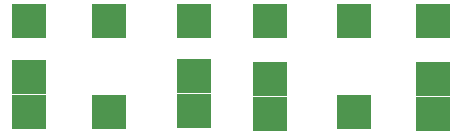
<source format=gbr>
%TF.GenerationSoftware,KiCad,Pcbnew,(6.0.4)*%
%TF.CreationDate,2023-01-17T21:57:26-05:00*%
%TF.ProjectId,tube,74756265-2e6b-4696-9361-645f70636258,rev?*%
%TF.SameCoordinates,Original*%
%TF.FileFunction,Copper,L2,Bot*%
%TF.FilePolarity,Positive*%
%FSLAX46Y46*%
G04 Gerber Fmt 4.6, Leading zero omitted, Abs format (unit mm)*
G04 Created by KiCad (PCBNEW (6.0.4)) date 2023-01-17 21:57:26*
%MOMM*%
%LPD*%
G01*
G04 APERTURE LIST*
%TA.AperFunction,ComponentPad*%
%ADD10R,3.000000X3.000000*%
%TD*%
G04 APERTURE END LIST*
D10*
%TO.P,REF\u002A\u002A,1*%
%TO.N,N/C*%
X1500000Y-9300000D03*
%TD*%
%TO.P,,1*%
%TO.N,N/C*%
X35700000Y-1600000D03*
%TD*%
%TO.P,,1*%
%TO.N,N/C*%
X29000000Y-1600000D03*
%TD*%
%TO.P,,1*%
%TO.N,N/C*%
X1500000Y-1600000D03*
%TD*%
%TO.P,,1*%
%TO.N,N/C*%
X15500000Y-9250000D03*
%TD*%
%TO.P,REF\u002A\u002A,1*%
%TO.N,N/C*%
X29000000Y-9300000D03*
%TD*%
%TO.P,REF\u002A\u002A,1*%
%TO.N,N/C*%
X8300000Y-9300000D03*
%TD*%
%TO.P,,1*%
%TO.N,N/C*%
X15500000Y-1600000D03*
%TD*%
%TO.P,,1*%
%TO.N,N/C*%
X35700000Y-6500000D03*
%TD*%
%TO.P,,1*%
%TO.N,N/C*%
X8300000Y-1600000D03*
%TD*%
%TO.P,,1*%
%TO.N,N/C*%
X21900000Y-1600000D03*
%TD*%
%TO.P,,1*%
%TO.N,N/C*%
X15500000Y-6300000D03*
%TD*%
%TO.P,,1*%
%TO.N,N/C*%
X21900000Y-9500000D03*
%TD*%
%TO.P,,1*%
%TO.N,N/C*%
X1500000Y-6350000D03*
%TD*%
%TO.P,,1*%
%TO.N,N/C*%
X35700000Y-9500000D03*
%TD*%
%TO.P,,1*%
%TO.N,N/C*%
X21900000Y-6500000D03*
%TD*%
M02*

</source>
